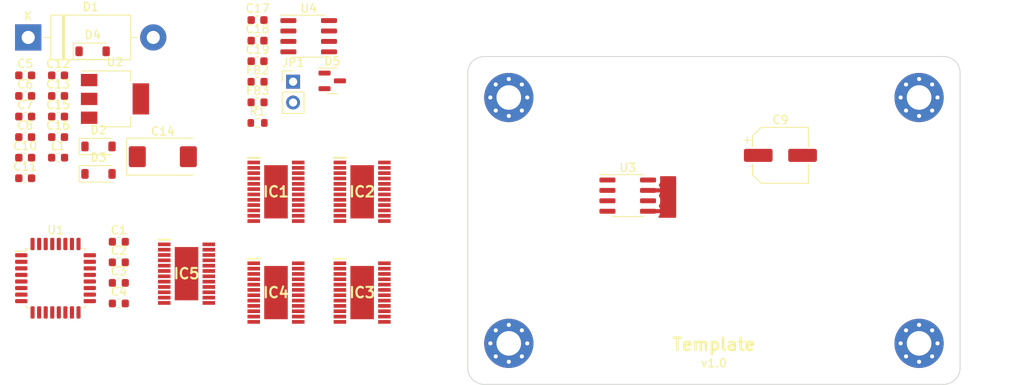
<source format=kicad_pcb>
(kicad_pcb (version 20221018) (generator pcbnew)
  (title_block (rev "${REVISION}") (company "Author:") (comment 1 "Reviewer:"))
  (layers (0 "F.Cu" signal) (31 "B.Cu" signal) (34 "B.Paste" user) (35 "F.Paste" user) (36 "B.SilkS" user "B.Silkscreen") (37 "F.SilkS" user "F.Silkscreen") (38 "B.Mask" user) (39 "F.Mask" user) (44 "Edge.Cuts" user))
  (property "REVISION" "1.0")
  (net 0 "")
  (net 1 "Net-(U1-VDD)")
  (net 2 "GND")
  (net 3 "Net-(D3-K)")
  (net 4 "+3.3V")
  (net 5 "Net-(U3-CB)")
  (net 6 "Net-(D4-K)")
  (net 7 "+5V")
  (net 8 "Net-(U4-Vio)")
  (net 9 "Net-(U4-VDD)")
  (net 10 "+24V")
  (net 13 "/CAN_L")
  (net 14 "/CAN_H")
  (net 16 "Net-(IC1-VDD)")
  (net 17 "/power distribution/1.2k resistor")
  (net 19 "/power distribution/4.7k resistor")
  (net 20 "Net-(IC1-IS)")
  (net 21 "/power distribution/IC_out3")
  (net 22 "/power distribution/IC_out2")
  (net 23 "/power distribution/IC_out1")
  (net 24 "/power distribution/IC_out0")
  (net 27 "Net-(IC2-VDD)")
  (net 28 "/battery connection/IC_1/1.2k resistor")
  (net 30 "/battery connection/IC_1/IN0")
  (net 31 "/battery connection/IC_1/IN1")
  (net 32 "/battery connection/IC_1/IN2")
  (net 33 "/battery connection/IC_1/4.7k resistor")
  (net 34 "Net-(IC2-IS)")
  (net 35 "/battery connection/IC_1/out3")
  (net 36 "/battery connection/IC_1/out2")
  (net 37 "/battery connection/IC_1/out1")
  (net 38 "/battery connection/IC_1/out0")
  (net 39 "+BATT")
  (net 41 "Net-(IC3-VDD)")
  (net 43 "/battery connection/IC_2/IN0")
  (net 44 "/battery connection/IC_2/IN1")
  (net 45 "/battery connection/IC_2/IN2")
  (net 46 "/battery connection/IC_2/4.7k resistor")
  (net 47 "Net-(IC3-IS)")
  (net 48 "/battery connection/IC_2/out3")
  (net 49 "/battery connection/IC_2/out2")
  (net 50 "/battery connection/IC_2/out1")
  (net 51 "/battery connection/IC_2/out0")
  (net 53 "Net-(IC4-VDD)")
  (net 55 "/battery connection/IC_3/IN0")
  (net 56 "/battery connection/IC_3/IN1")
  (net 57 "/battery connection/IC_3/IN2")
  (net 58 "/battery connection/IC_3/4.7k resistor")
  (net 59 "Net-(IC4-IS)")
  (net 60 "/battery connection/IC_3/out3")
  (net 61 "/battery connection/IC_3/out2")
  (net 62 "/battery connection/IC_3/out1")
  (net 63 "/battery connection/IC_3/out0")
  (net 65 "Net-(IC5-VDD)")
  (net 67 "/battery connection/IC_4/IN0")
  (net 68 "/battery connection/IC_4/IN1")
  (net 69 "/battery connection/IC_4/IN2")
  (net 70 "/battery connection/IC_4/4.7k resistor")
  (net 71 "Net-(IC5-IS)")
  (net 72 "/battery connection/IC_4/out3")
  (net 73 "/battery connection/IC_4/out2")
  (net 74 "/battery connection/IC_4/out1")
  (net 75 "/battery connection/IC_4/out0")
  (net 76 "Net-(JP1-B)")
  (net 99 "/CAN_RXD")
  (net 100 "/CAN_TXD")
  (net 108 "/power/VIN_SW_REG")
  (net 109 "/power/VIN_L")
  (footprint "Capacitor_SMD:C_0603_1608Metric" (layer "F.Cu") (at 62.063 83.32)
    (fp_text reference "C7" (at 0 -1.43) (layer "F.SilkS"))
    (fp_text value "100n")
    (pad "1" smd roundrect (at -0.775 0) (size 0.9 0.95) (layers "F.Cu" "F.Paste" "F.Mask") (net 2 "GND"))
    (pad "2" smd roundrect (at 0.775 0) (size 0.9 0.95) (layers "F.Cu" "F.Paste" "F.Mask") (net 108 "/power/VIN_SW_REG"))
  )
  (footprint "Package_TO_SOT_SMD:SOT-223-3_TabPin2" (layer "F.Cu") (at 73.003 81.17)
    (fp_text reference "U2" (at 0 -4.5) (layer "F.SilkS"))
    (fp_text value "LD1117S33TR_SOT223")
    (pad "1" smd rect (at -3.15 -2.3) (size 2 1.5) (layers "F.Cu" "F.Paste" "F.Mask") (net 2 "GND"))
    (pad "2" smd rect (at -3.15 0) (size 2 1.5) (layers "F.Cu" "F.Paste" "F.Mask") (net 4 "+3.3V"))
    (pad "2" smd rect (at 3.15 0) (size 2 3.8) (layers "F.Cu" "F.Paste" "F.Mask") (net 4 "+3.3V"))
    (pad "3" smd rect (at -3.15 2.3) (size 2 1.5) (layers "F.Cu" "F.Paste" "F.Mask") (net 3 "Net-(D3-K)"))
  )
  (footprint "Capacitor_SMD:C_0603_1608Metric" (layer "F.Cu") (at 66.073 80.81)
    (fp_text reference "C13" (at 0 -1.43) (layer "F.SilkS"))
    (fp_text value "100n")
    (pad "1" smd roundrect (at -0.775 0) (size 0.9 0.95) (layers "F.Cu" "F.Paste" "F.Mask") (net 4 "+3.3V"))
    (pad "2" smd roundrect (at 0.775 0) (size 0.9 0.95) (layers "F.Cu" "F.Paste" "F.Mask") (net 2 "GND"))
  )
  (footprint "Package_SO:SOIC-8_3.9x4.9mm_P1.27mm" (layer "F.Cu") (at 135.493 92.97)
    (fp_text reference "U3" (at 0 -3.4) (layer "F.SilkS"))
    (fp_text value "LM2675M-5")
    (pad "1" smd roundrect (at -2.475 -1.905) (size 1.95 0.6) (layers "F.Cu" "F.Paste" "F.Mask") (net 5 "Net-(U3-CB)"))
    (pad "2" smd roundrect (at -2.475 -0.635) (size 1.95 0.6) (layers "F.Cu" "F.Paste" "F.Mask"))
    (pad "3" smd roundrect (at -2.475 0.635) (size 1.95 0.6) (layers "F.Cu" "F.Paste" "F.Mask"))
    (pad "4" smd roundrect (at -2.475 1.905) (size 1.95 0.6) (layers "F.Cu" "F.Paste" "F.Mask") (net 7 "+5V"))
    (pad "5" smd roundrect (at 2.475 1.905) (size 1.95 0.6) (layers "F.Cu" "F.Paste" "F.Mask") (net 108 "/power/VIN_SW_REG"))
    (pad "6" smd roundrect (at 2.475 0.635) (size 1.95 0.6) (layers "F.Cu" "F.Paste" "F.Mask") (net 2 "GND"))
    (pad "7" smd roundrect (at 2.475 -0.635) (size 1.95 0.6) (layers "F.Cu" "F.Paste" "F.Mask") (net 108 "/power/VIN_SW_REG"))
    (pad "8" smd roundrect (at 2.475 -1.905) (size 1.95 0.6) (layers "F.Cu" "F.Paste" "F.Mask") (net 6 "Net-(D4-K)"))
  )
  (footprint "Package_SO:SOIC-8_3.9x4.9mm_P1.27mm" (layer "F.Cu") (at 96.613 73.52)
    (fp_text reference "U4" (at 0 -3.4) (layer "F.SilkS"))
    (fp_text value "ATA6561-GAQW-N")
    (pad "1" smd roundrect (at -2.475 -1.905) (size 1.95 0.6) (layers "F.Cu" "F.Paste" "F.Mask") (net 100 "/CAN_TXD"))
    (pad "2" smd roundrect (at -2.475 -0.635) (size 1.95 0.6) (layers "F.Cu" "F.Paste" "F.Mask") (net 2 "GND"))
    (pad "3" smd roundrect (at -2.475 0.635) (size 1.95 0.6) (layers "F.Cu" "F.Paste" "F.Mask") (net 9 "Net-(U4-VDD)"))
    (pad "4" smd roundrect (at -2.475 1.905) (size 1.95 0.6) (layers "F.Cu" "F.Paste" "F.Mask") (net 99 "/CAN_RXD"))
    (pad "5" smd roundrect (at 2.475 1.905) (size 1.95 0.6) (layers "F.Cu" "F.Paste" "F.Mask") (net 8 "Net-(U4-Vio)"))
    (pad "6" smd roundrect (at 2.475 0.635) (size 1.95 0.6) (layers "F.Cu" "F.Paste" "F.Mask") (net 13 "/CAN_L"))
    (pad "7" smd roundrect (at 2.475 -0.635) (size 1.95 0.6) (layers "F.Cu" "F.Paste" "F.Mask") (net 14 "/CAN_H"))
    (pad "8" smd roundrect (at 2.475 -1.905) (size 1.95 0.6) (layers "F.Cu" "F.Paste" "F.Mask") (net 2 "GND"))
  )
  (footprint "Package_QFP:LQFP-32_7x7mm_P0.8mm" (layer "F.Cu") (at 65.763 103.05)
    (fp_text reference "U1" (at 0 -5.88) (layer "F.SilkS"))
    (fp_text value "STM32G0C1KCTxN")
    (pad "1" smd roundrect (at -4.175 -2.8) (size 1.5 0.5) (layers "F.Cu" "F.Paste" "F.Mask"))
    (pad "2" smd roundrect (at -4.175 -2) (size 1.5 0.5) (layers "F.Cu" "F.Paste" "F.Mask"))
    (pad "3" smd roundrect (at -4.175 -1.2) (size 1.5 0.5) (layers "F.Cu" "F.Paste" "F.Mask"))
    (pad "4" smd roundrect (at -4.175 -0.4) (size 1.5 0.5) (layers "F.Cu" "F.Paste" "F.Mask") (net 1 "Net-(U1-VDD)"))
    (pad "5" smd roundrect (at -4.175 0.4) (size 1.5 0.5) (layers "F.Cu" "F.Paste" "F.Mask") (net 2 "GND"))
    (pad "6" smd roundrect (at -4.175 1.2) (size 1.5 0.5) (layers "F.Cu" "F.Paste" "F.Mask"))
    (pad "7" smd roundrect (at -4.175 2) (size 1.5 0.5) (layers "F.Cu" "F.Paste" "F.Mask"))
    (pad "8" smd roundrect (at -4.175 2.8) (size 1.5 0.5) (layers "F.Cu" "F.Paste" "F.Mask"))
    (pad "9" smd roundrect (at -2.8 4.175) (size 0.5 1.5) (layers "F.Cu" "F.Paste" "F.Mask"))
    (pad "10" smd roundrect (at -2 4.175) (size 0.5 1.5) (layers "F.Cu" "F.Paste" "F.Mask"))
    (pad "11" smd roundrect (at -1.2 4.175) (size 0.5 1.5) (layers "F.Cu" "F.Paste" "F.Mask"))
    (pad "12" smd roundrect (at -0.4 4.175) (size 0.5 1.5) (layers "F.Cu" "F.Paste" "F.Mask"))
    (pad "13" smd roundrect (at 0.4 4.175) (size 0.5 1.5) (layers "F.Cu" "F.Paste" "F.Mask"))
    (pad "14" smd roundrect (at 1.2 4.175) (size 0.5 1.5) (layers "F.Cu" "F.Paste" "F.Mask"))
    (pad "15" smd roundrect (at 2 4.175) (size 0.5 1.5) (layers "F.Cu" "F.Paste" "F.Mask"))
    (pad "16" smd roundrect (at 2.8 4.175) (size 0.5 1.5) (layers "F.Cu" "F.Paste" "F.Mask"))
    (pad "17" smd roundrect (at 4.175 2.8) (size 1.5 0.5) (layers "F.Cu" "F.Paste" "F.Mask"))
    (pad "18" smd roundrect (at 4.175 2) (size 1.5 0.5) (layers "F.Cu" "F.Paste" "F.Mask"))
    (pad "19" smd roundrect (at 4.175 1.2) (size 1.5 0.5) (layers "F.Cu" "F.Paste" "F.Mask"))
    (pad "20" smd roundrect (at 4.175 0.4) (size 1.5 0.5) (layers "F.Cu" "F.Paste" "F.Mask") (net 1 "Net-(U1-VDD)"))
    (pad "21" smd roundrect (at 4.175 -0.4) (size 1.5 0.5) (layers "F.Cu" "F.Paste" "F.Mask"))
    (pad "22" smd roundrect (at 4.175 -1.2) (size 1.5 0.5) (layers "F.Cu" "F.Paste" "F.Mask"))
    (pad "23" smd roundrect (at 4.175 -2) (size 1.5 0.5) (layers "F.Cu" "F.Paste" "F.Mask"))
    (pad "24" smd roundrect (at 4.175 -2.8) (size 1.5 0.5) (layers "F.Cu" "F.Paste" "F.Mask"))
    (pad "25" smd roundrect (at 2.8 -4.175) (size 0.5 1.5) (layers "F.Cu" "F.Paste" "F.Mask"))
    (pad "26" smd roundrect (at 2 -4.175) (size 0.5 1.5) (layers "F.Cu" "F.Paste" "F.Mask") (net 99 "/CAN_RXD"))
    (pad "27" smd roundrect (at 1.2 -4.175) (size 0.5 1.5) (layers "F.Cu" "F.Paste" "F.Mask") (net 100 "/CAN_TXD"))
    (pad "28" smd roundrect (at 0.4 -4.175) (size 0.5 1.5) (layers "F.Cu" "F.Paste" "F.Mask"))
    (pad "29" smd roundrect (at -0.4 -4.175) (size 0.5 1.5) (layers "F.Cu" "F.Paste" "F.Mask"))
    (pad "30" smd roundrect (at -1.2 -4.175) (size 0.5 1.5) (layers "F.Cu" "F.Paste" "F.Mask"))
    (pad "31" smd roundrect (at -2 -4.175) (size 0.5 1.5) (layers "F.Cu" "F.Paste" "F.Mask"))
    (pad "32" smd roundrect (at -2.8 -4.175) (size 0.5 1.5) (layers "F.Cu" "F.Paste" "F.Mask"))
  )
  (footprint "Inductor_SMD:L_0603_1608Metric" (layer "F.Cu") (at 66.073 88.34)
    (fp_text reference "L1" (at 0 -1.43) (layer "F.SilkS"))
    (fp_text value "300n")
    (pad "1" smd roundrect (at -0.7875 0) (size 0.875 0.95) (layers "F.Cu" "F.Paste" "F.Mask") (net 109 "/power/VIN_L"))
    (pad "2" smd roundrect (at 0.7875 0) (size 0.875 0.95) (layers "F.Cu" "F.Paste" "F.Mask") (net 108 "/power/VIN_SW_REG"))
  )
  (footprint "Capacitor_SMD:C_0603_1608Metric" (layer "F.Cu") (at 62.063 90.85)
    (fp_text reference "C11" (at 0 -1.43) (layer "F.SilkS"))
    (fp_text value "1u")
    (pad "1" smd roundrect (at -0.775 0) (size 0.9 0.95) (layers "F.Cu" "F.Paste" "F.Mask") (net 4 "+3.3V"))
    (pad "2" smd roundrect (at 0.775 0) (size 0.9 0.95) (layers "F.Cu" "F.Paste" "F.Mask") (net 2 "GND"))
  )
  (footprint "Diode_SMD:D_SOD-123" (layer "F.Cu") (at 70.998 90.32)
    (fp_text reference "D3" (at 0 -2) (layer "F.SilkS"))
    (fp_text value "D_Schottky_Small")
    (pad "1" smd roundrect (at -1.65 0) (size 0.9 1.2) (layers "F.Cu" "F.Paste" "F.Mask") (net 3 "Net-(D3-K)"))
    (pad "2" smd roundrect (at 1.65 0) (size 0.9 1.2) (layers "F.Cu" "F.Paste" "F.Mask") (net 7 "+5V"))
  )
  (footprint "Capacitor_SMD:C_0603_1608Metric" (layer "F.Cu") (at 62.063 88.34)
    (fp_text reference "C10" (at 0 -1.43) (layer "F.SilkS"))
    (fp_text value "100n")
    (pad "1" smd roundrect (at -0.775 0) (size 0.9 0.95) (layers "F.Cu" "F.Paste" "F.Mask") (net 3 "Net-(D3-K)"))
    (pad "2" smd roundrect (at 0.775 0) (size 0.9 0.95) (layers "F.Cu" "F.Paste" "F.Mask") (net 2 "GND"))
  )
  (footprint "Capacitor_SMD:C_0603_1608Metric" (layer "F.Cu") (at 90.383 71.55)
    (fp_text reference "C17" (at 0 -1.43) (layer "F.SilkS"))
    (fp_text value "100n")
    (pad "1" smd roundrect (at -0.775 0) (size 0.9 0.95) (layers "F.Cu" "F.Paste" "F.Mask") (net 8 "Net-(U4-Vio)"))
    (pad "2" smd roundrect (at 0.775 0) (size 0.9 0.95) (layers "F.Cu" "F.Paste" "F.Mask") (net 2 "GND"))
  )
  (footprint "Capacitor_Tantalum_SMD:CP_EIA-7343-31_Kemet-D" (layer "F.Cu") (at 78.838 88.22)
    (fp_text reference "C14" (at 0 -3.1) (layer "F.SilkS"))
    (fp_text value "68u")
    (pad "1" smd roundrect (at -3.1125 0) (size 2.075 2.55) (layers "F.Cu" "F.Paste" "F.Mask") (roundrect_rratio 0.120482) (net 7 "+5V"))
    (pad "2" smd roundrect (at 3.1125 0) (size 2.075 2.55) (layers "F.Cu" "F.Paste" "F.Mask") (roundrect_rratio 0.120482) (net 2 "GND"))
  )
  (footprint "MountingHole:MountingHole_3mm_Pad_Via" (layer "F.Cu") (at 171 81)
    (fp_text reference "REF**" hide)
    (fp_text value "MountingHole_3mm_Pad_Via")
    (pad "1" thru_hole circle (at -2.25 0) (size 0.8 0.8) (drill 0.5) (layers "*.Cu" "*.Mask"))
    (pad "1" thru_hole circle (at -1.59099 -1.59099) (size 0.8 0.8) (drill 0.5) (layers "*.Cu" "*.Mask"))
    (pad "1" thru_hole circle (at -1.59099 1.59099) (size 0.8 0.8) (drill 0.5) (layers "*.Cu" "*.Mask"))
    (pad "1" thru_hole circle (at 0 -2.25) (size 0.8 0.8) (drill 0.5) (layers "*.Cu" "*.Mask"))
    (pad "1" thru_hole circle (at 0 0) (size 6 6) (drill 3) (layers "*.Cu" "*.Mask"))
    (pad "1" thru_hole circle (at 0 2.25) (size 0.8 0.8) (drill 0.5) (layers "*.Cu" "*.Mask"))
    (pad "1" thru_hole circle (at 1.59099 -1.59099) (size 0.8 0.8) (drill 0.5) (layers "*.Cu" "*.Mask"))
    (pad "1" thru_hole circle (at 1.59099 1.59099) (size 0.8 0.8) (drill 0.5) (layers "*.Cu" "*.Mask"))
    (pad "1" thru_hole circle (at 2.25 0) (size 0.8 0.8) (drill 0.5) (layers "*.Cu" "*.Mask"))
  )
  (footprint "Capacitor_SMD:C_0603_1608Metric" (layer "F.Cu") (at 62.063 78.3)
    (fp_text reference "C5" (at 0 -1.43) (layer "F.SilkS"))
    (fp_text value "1u")
    (pad "1" smd roundrect (at -0.775 0) (size 0.9 0.95) (layers "F.Cu" "F.Paste" "F.Mask") (net 2 "GND"))
    (pad "2" smd roundrect (at 0.775 0) (size 0.9 0.95) (layers "F.Cu" "F.Paste" "F.Mask") (net 109 "/power/VIN_L"))
  )
  (footprint "Capacitor_SMD:C_0603_1608Metric" (layer "F.Cu") (at 62.063 80.81)
    (fp_text reference "C6" (at 0 -1.43) (layer "F.SilkS"))
    (fp_text value "10u")
    (pad "1" smd roundrect (at -0.775 0) (size 0.9 0.95) (layers "F.Cu" "F.Paste" "F.Mask") (net 2 "GND"))
    (pad "2" smd roundrect (at 0.775 0) (size 0.9 0.95) (layers "F.Cu" "F.Paste" "F.Mask") (net 109 "/power/VIN_L"))
  )
  (footprint "Inductor_SMD:L_0603_1608Metric" (layer "F.Cu") (at 73.473 98.6)
    (fp_text reference "C1" (at 0 -1.43) (layer "F.SilkS"))
    (fp_text value "100n")
    (pad "1" smd roundrect (at -0.7875 0) (size 0.875 0.95) (layers "F.Cu" "F.Paste" "F.Mask") (net 1 "Net-(U1-VDD)"))
    (pad "2" smd roundrect (at 0.7875 0) (size 0.875 0.95) (layers "F.Cu" "F.Paste" "F.Mask") (net 2 "GND"))
  )
  (footprint "Diode_SMD:D_SOD-123" (layer "F.Cu") (at 70.998 86.97)
    (fp_text reference "D2" (at 0 -2) (layer "F.SilkS"))
    (fp_text value "D_Zener")
    (pad "1" smd roundrect (at -1.65 0) (size 0.9 1.2) (layers "F.Cu" "F.Paste" "F.Mask"))
    (pad "2" smd roundrect (at 1.65 0) (size 0.9 1.2) (layers "F.Cu" "F.Paste" "F.Mask"))
  )
  (footprint "Resistor_SMD:R_0603_1608Metric" (layer "F.Cu") (at 90.383 84.1)
    (fp_text reference "R1" (at 0 -1.43) (layer "F.SilkS"))
    (fp_text value "120")
    (pad "1" smd roundrect (at -0.825 0) (size 0.8 0.95) (layers "F.Cu" "F.Paste" "F.Mask") (net 76 "Net-(JP1-B)"))
    (pad "2" smd roundrect (at 0.825 0) (size 0.8 0.95) (layers "F.Cu" "F.Paste" "F.Mask") (net 13 "/CAN_L"))
  )
  (footprint "Samacsys:SOP65P600X115-25N" (layer "F.Cu") (at 92.628 104.805)
    (fp_text reference "IC4" (at 0 0) (layer "F.SilkS") (effects (font (size 1.27 1.27) (thickness 0.254))))
    (fp_text value "BTS722204ESAXUMA1" hide)
    (pad "1" smd rect (at -2.712 -3.575 90) (size 0.45 1.525) (layers "F.Cu" "F.Paste" "F.Mask"))
    (pad "2" smd rect (at -2.712 -2.925 90) (size 0.45 1.525) (layers "F.Cu" "F.Paste" "F.Mask") (net 53 "Net-(IC4-VDD)"))
    (pad "3" smd rect (at -2.712 -2.275 90) (size 0.45 1.525) (layers "F.Cu" "F.Paste" "F.Mask") (net 28 "/battery connection/IC_1/1.2k resistor"))
    (pad "4" smd rect (at -2.712 -1.625 90) (size 0.45 1.525) (layers "F.Cu" "F.Paste" "F.Mask") (net 28 "/battery connection/IC_1/1.2k resistor"))
    (pad "5" smd rect (at -2.712 -0.975 90) (size 0.45 1.525) (layers "F.Cu" "F.Paste" "F.Mask") (net 28 "/battery connection/IC_1/1.2k resistor"))
    (pad "6" smd rect (at -2.712 -0.325 90) (size 0.45 1.525) (layers "F.Cu" "F.Paste" "F.Mask") (net 28 "/battery connection/IC_1/1.2k resistor"))
    (pad "7" smd rect (at -2.712 0.325 90) (size 0.45 1.525) (layers "F.Cu" "F.Paste" "F.Mask"))
    (pad "8" smd rect (at -2.712 0.975 90) (size 0.45 1.525) (layers "F.Cu" "F.Paste" "F.Mask") (net 55 "/battery connection/IC_3/IN0"))
    (pad "9" smd rect (at -2.712 1.625 90) (size 0.45 1.525) (layers "F.Cu" "F.Paste" "F.Mask") (net 56 "/battery connection/IC_3/IN1"))
    (pad "10" smd rect (at -2.712 2.275 90) (size 0.45 1.525) (layers "F.Cu" "F.Paste" "F.Mask") (net 57 "/battery connection/IC_3/IN2"))
    (pad "11" smd rect (at -2.712 2.925 90) (size 0.45 1.525) (layers "F.Cu" "F.Paste" "F.Mask") (net 58 "/battery connection/IC_3/4.7k resistor"))
    (pad "12" smd rect (at -2.712 3.575 90) (size 0.45 1.525) (layers "F.Cu" "F.Paste" "F.Mask") (net 59 "Net-(IC4-IS)"))
    (pad "13" smd rect (at 2.712 3.575 90) (size 0.45 1.525) (layers "F.Cu" "F.Paste" "F.Mask") (net 60 "/battery connection/IC_3/out3"))
    (pad "14" smd rect (at 2.712 2.925 90) (size 0.45 1.525) (layers "F.Cu" "F.Paste" "F.Mask") (net 60 "/battery connection/IC_3/out3"))
    (pad "15" smd rect (at 2.712 2.275 90) (size 0.45 1.525) (layers "F.Cu" "F.Paste" "F.Mask") (net 60 "/battery connection/IC_3/out3"))
    (pad "16" smd rect (at 2.712 1.625 90) (size 0.45 1.525) (layers "F.Cu" "F.Paste" "F.Mask") (net 60 "/battery connection/IC_3/out3"))
    (pad "17" smd rect (at 2.712 0.975 90) (size 0.45 1.525) (layers "F.Cu" "F.Paste" "F.Mask") (net 61 "/battery connection/IC_3/out2"))
    (pad "18" smd rect (at 2.712 0.325 90) (size 0.45 1.525) (layers "F.Cu" "F.Paste" "F.Mask") (net 61 "/battery connection/IC_3/out2"))
    (pad "19" smd rect (at 2.712 -0.325 90) (size 0.45 1.525) (layers "F.Cu" "F.Paste" "F.Mask") (net 62 "/battery connection/IC_3/out1"))
    (pad "20" smd rect (at 2.712 -0.975 90) (size 0.45 1.525) (layers "F.Cu" "F.Paste" "F.Mask") (net 62 "/battery connection/IC_3/out1"))
    (pad "21" smd rect (at 2.712 -1.625 90) (size 0.45 1.525) (layers "F.Cu" "F.Paste" "F.Mask") (net 63 "/battery connection/IC_3/out0"))
    (pad "22" smd rect (at 2.712 -2.275 90) (size 0.45 1.525) (layers "F.Cu" "F.Paste" "F.Mask") (net 63 "/battery connection/IC_3/out0"))
    (pad "23" smd rect (at 2.712 -2.925 90) (size 0.45 1.525) (layers "F.Cu" "F.Paste" "F.Mask") (net 63 "/battery connection/IC_3/out0"))
    (pad "24" smd rect (at 2.712 -3.575 90) (size 0.45 1.525) (layers "F.Cu" "F.Paste" "F.Mask") (net 63 "/battery connection/IC_3/out0"))
    (pad "25" smd rect (at 0 0) (size 2.87 6.5) (layers "F.Cu" "F.Paste" "F.Mask") (net 39 "+BATT"))
  )
  (footprint "Capacitor_SMD:C_0603_1608Metric" (layer "F.Cu") (at 90.383 74.06)
    (fp_text reference "C18" (at 0 -1.43) (layer "F.SilkS"))
    (fp_text value "10uF")
    (pad "1" smd roundrect (at -0.775 0) (size 0.9 0.95) (layers "F.Cu" "F.Paste" "F.Mask") (net 9 "Net-(U4-VDD)"))
    (pad "2" smd roundrect (at 0.775 0) (size 0.9 0.95) (layers "F.Cu" "F.Paste" "F.Mask") (net 2 "GND"))
  )
  (footprint "Package_TO_SOT_SMD:SOT-23" (layer "F.Cu") (at 99.483 78.97)
    (fp_text reference "D5" (at 0 -2.4) (layer "F.SilkS"))
    (fp_text value "PESD2CAN.215")
    (pad "1" smd roundrect (at -0.9375 -0.95) (size 1.475 0.6) (layers "F.Cu" "F.Paste" "F.Mask") (net 13 "/CAN_L"))
    (pad "2" smd roundrect (at -0.9375 0.95) (size 1.475 0.6) (layers "F.Cu" "F.Paste" "F.Mask") (net 14 "/CAN_H"))
    (pad "3" smd roundrect (at 0.9375 0) (size 1.475 0.6) (layers "F.Cu" "F.Paste" "F.Mask") (net 2 "GND"))
  )
  (footprint "Inductor_SMD:L_0603_1608Metric" (layer "F.Cu") (at 73.473 106.13)
    (fp_text reference "C4" (at 0 -1.43) (layer "F.SilkS"))
    (fp_text value "4.7u")
    (pad "1" smd roundrect (at -0.7875 0) (size 0.875 0.95) (layers "F.Cu" "F.Paste" "F.Mask") (net 1 "Net-(U1-VDD)"))
    (pad "2" smd roundrect (at 0.7875 0) (size 0.875 0.95) (layers "F.Cu" "F.Paste" "F.Mask") (net 2 "GND"))
  )
  (footprint "Diode_THT:D_DO-201AD_P15.24mm_Horizontal" (layer "F.Cu") (at 62.433 73.67)
    (fp_text reference "D1" (at 7.62 -3.72) (layer "F.SilkS"))
    (fp_text value "1N5822")
    (fp_text user "K" (at 0 -2.6) (layer "F.SilkS"))
    (pad "1" thru_hole rect (at 0 0) (size 3.2 3.2) (drill 1.6) (layers "*.Cu" "*.Mask") (net 109 "/power/VIN_L"))
    (pad "2" thru_hole oval (at 15.24 0) (size 3.2 3.2) (drill 1.6) (layers "*.Cu" "*.Mask") (net 10 "+24V"))
  )
  (footprint "Samacsys:SOP65P600X115-25N" (layer "F.Cu") (at 103.128 104.805)
    (fp_text reference "IC3" (at 0 0) (layer "F.SilkS") (effects (font (size 1.27 1.27) (thickness 0.254))))
    (fp_text value "BTS722204ESAXUMA1" hide)
    (pad "1" smd rect (at -2.712 -3.575 90) (size 0.45 1.525) (layers "F.Cu" "F.Paste" "F.Mask"))
    (pad "2" smd rect (at -2.712 -2.925 90) (size 0.45 1.525) (layers "F.Cu" "F.Paste" "F.Mask") (net 41 "Net-(IC3-VDD)"))
    (pad "3" smd rect (at -2.712 -2.275 90) (size 0.45 1.525) (layers "F.Cu" "F.Paste" "F.Mask") (net 28 "/battery connection/IC_1/1.2k resistor"))
    (pad "4" smd rect (at -2.712 -1.625 90) (size 0.45 1.525) (layers "F.Cu" "F.Paste" "F.Mask") (net 28 "/battery connection/IC_1/1.2k resistor"))
    (pad "5" smd rect (at -2.712 -0.975 90) (size 0.45 1.525) (layers "F.Cu" "F.Paste" "F.Mask") (net 28 "/battery connection/IC_1/1.2k resistor"))
    (pad "6" smd rect (at -2.712 -0.325 90) (size 0.45 1.525) (layers "F.Cu" "F.Paste" "F.Mask") (net 28 "/battery connection/IC_1/1.2k resistor"))
    (pad "7" smd rect (at -2.712 0.325 90) (size 0.45 1.525) (layers "F.Cu" "F.Paste" "F.Mask"))
    (pad "8" smd rect (at -2.712 0.975 90) (size 0.45 1.525) (layers "F.Cu" "F.Paste" "F.Mask") (net 43 "/battery connection/IC_2/IN0"))
    (pad "9" smd rect (at -2.712 1.625 90) (size 0.45 1.525) (layers "F.Cu" "F.Paste" "F.Mask") (net 44 "/battery connection/IC_2/IN1"))
    (pad "10" smd rect (at -2.712 2.275 90) (size 0.45 1.525) (layers "F.Cu" "F.Paste" "F.Mask") (net 45 "/battery connection/IC_2/IN2"))
    (pad "11" smd rect (at -2.712 2.925 90) (size 0.45 1.525) (layers "F.Cu" "F.Paste" "F.Mask") (net 46 "/battery connection/IC_2/4.7k resistor"))
    (pad "12" smd rect (at -2.712 3.575 90) (size 0.45 1.525) (layers "F.Cu" "F.Paste" "F.Mask") (net 47 "Net-(IC3-IS)"))
    (pad "13" smd rect (at 2.712 3.575 90) (size 0.45 1.525) (layers "F.Cu" "F.Paste" "F.Mask") (net 48 "/battery connection/IC_2/out3"))
    (pad "14" smd rect (at 2.712 2.925 90) (size 0.45 1.525) (layers "F.Cu" "F.Paste" "F.Mask") (net 48 "/battery connection/IC_2/out3"))
    (pad "15" smd rect (at 2.712 2.275 90) (size 0.45 1.525) (layers "F.Cu" "F.Paste" "F.Mask") (net 48 "/battery connection/IC_2/out3"))
    (pad "16" smd rect (at 2.712 1.625 90) (size 0.45 1.525) (layers "F.Cu" "F.Paste" "F.Mask") (net 48 "/battery connection/IC_2/out3"))
    (pad "17" smd rect (at 2.712 0.975 90) (size 0.45 1.525) (layers "F.Cu" "F.Paste" "F.Mask") (net 49 "/battery connection/IC_2/out2"))
    (pad "18" smd rect (at 2.712 0.325 90) (size 0.45 1.525) (layers "F.Cu" "F.Paste" "F.Mask") (net 49 "/battery connection/IC_2/out2"))
    (pad "19" smd rect (at 2.712 -0.325 90) (size 0.45 1.525) (layers "F.Cu" "F.Paste" "F.Mask") (net 50 "/battery connection/IC_2/out1"))
    (pad "20" smd rect (at 2.712 -0.975 90) (size 0.45 1.525) (layers "F.Cu" "F.Paste" "F.Mask") (net 50 "/battery connection/IC_2/out1"))
    (pad "21" smd rect (at 2.712 -1.625 90) (size 0.45 1.525) (layers "F.Cu" "F.Paste" "F.Mask") (net 51 "/battery connection/IC_2/out0"))
    (pad "22" smd rect (at 2.712 -2.275 90) (size 0.45 1.525) (layers "F.Cu" "F.Paste" "F.Mask") (net 51 "/battery connection/IC_2/out0"))
    (pad "23" smd rect (at 2.712 -2.925 90) (size 0.45 1.525) (layers "F.Cu" "F.Paste" "F.Mask") (net 51 "/battery connection/IC_2/out0"))
    (pad "24" smd rect (at 2.712 -3.575 90) (size 0.45 1.525) (layers "F.Cu" "F.Paste" "F.Mask") (net 51 "/battery connection/IC_2/out0"))
    (pad "25" smd rect (at 0 0) (size 2.87 6.5) (layers "F.Cu" "F.Paste" "F.Mask") (net 39 "+BATT"))
  )
  (footprint "MountingHole:MountingHole_3mm_Pad_Via" (layer "F.Cu") (at 121 111)
    (fp_text reference "REF**" hide)
    (fp_text value "MountingHole_3mm_Pad_Via")
    (pad "1" thru_hole circle (at -2.25 0) (size 0.8 0.8) (drill 0.5) (layers "*.Cu" "*.Mask"))
    (pad "1" thru_hole circle (at -1.59099 -1.59099) (size 0.8 0.8) (drill 0.5) (layers "*.Cu" "*.Mask"))
    (pad "1" thru_hole circle (at -1.59099 1.59099) (size 0.8 0.8) (drill 0.5) (layers "*.Cu" "*.Mask"))
    (pad "1" thru_hole circle (at 0 -2.25) (size 0.8 0.8) (drill 0.5) (layers "*.Cu" "*.Mask"))
    (pad "1" thru_hole circle (at 0 0) (size 6 6) (drill 3) (layers "*.Cu" "*.Mask"))
    (pad "1" thru_hole circle (at 0 2.25) (size 0.8 0.8) (drill 0.5) (layers "*.Cu" "*.Mask"))
    (pad "1" thru_hole circle (at 1.59099 -1.59099) (size 0.8 0.8) (drill 0.5) (layers "*.Cu" "*.Mask"))
    (pad "1" thru_hole circle (at 1.59099 1.59099) (size 0.8 0.8) (drill 0.5) (layers "*.Cu" "*.Mask"))
    (pad "1" thru_hole circle (at 2.25 0) (size 0.8 0.8) (drill 0.5) (layers "*.Cu" "*.Mask"))
  )
  (footprint "Samacsys:SOP65P600X115-25N" (layer "F.Cu") (at 92.628 92.505)
    (fp_text reference "IC1" (at 0 0) (layer "F.SilkS") (effects (font (size 1.27 1.27) (thickness 0.254))))
    (fp_text value "BTS722204ESAXUMA1" hide)
    (pad "1" smd rect (at -2.712 -3.575 90) (size 0.45 1.525) (layers "F.Cu" "F.Paste" "F.Mask"))
    (pad "2" smd rect (at -2.712 -2.925 90) (size 0.45 1.525) (layers "F.Cu" "F.Paste" "F.Mask") (net 16 "Net-(IC1-VDD)"))
    (pad "3" smd rect (at -2.712 -2.275 90) (size 0.45 1.525) (layers "F.Cu" "F.Paste" "F.Mask") (net 17 "/power distribution/1.2k resistor"))
    (pad "4" smd rect (at -2.712 -1.625 90) (size 0.45 1.525) (layers "F.Cu" "F.Paste" "F.Mask") (net 17 "/power distribution/1.2k resistor"))
    (pad "5" smd rect (at -2.712 -0.975 90) (size 0.45 1.525) (layers "F.Cu" "F.Paste" "F.Mask") (net 17 "/power distribution/1.2k resistor"))
    (pad "6" smd rect (at -2.712 -0.325 90) (size 0.45 1.525) (layers "F.Cu" "F.Paste" "F.Mask") (net 17 "/power distribution/1.2k resistor"))
    (pad "7" smd rect (at -2.712 0.325 90) (size 0.45 1.525) (layers "F.Cu" "F.Paste" "F.Mask"))
    (pad "8" smd rect (at -2.712 0.975 90) (size 0.45 1.525) (layers "F.Cu" "F.Paste" "F.Mask") (net 19 "/power distribution/4.7k resistor"))
    (pad "9" smd rect (at -2.712 1.625 90) (size 0.45 1.525) (layers "F.Cu" "F.Paste" "F.Mask") (net 19 "/power distribution/4.7k resistor"))
    (pad "10" smd rect (at -2.712 2.275 90) (size 0.45 1.525) (layers "F.Cu" "F.Paste" "F.Mask") (net 19 "/power distribution/4.7k resistor"))
    (pad "11" smd rect (at -2.712 2.925 90) (size 0.45 1.525) (layers "F.Cu" "F.Paste" "F.Mask") (net 19 "/power distribution/4.7k resistor"))
    (pad "12" smd rect (at -2.712 3.575 90) (size 0.45 1.525) (layers "F.Cu" "F.Paste" "F.Mask") (net 20 "Net-(IC1-IS)"))
    (pad "13" smd rect (at 2.712 3.575 90) (size 0.45 1.525) (layers "F.Cu" "F.Paste" "F.Mask") (net 21 "/power distribution/IC_out3"))
    (pad "14" smd rect (at 2.712 2.925 90) (size 0.45 1.525) (layers "F.Cu" "F.Paste" "F.Mask") (net 21 "/power distribution/IC_out3"))
    (pad "15" smd rect (at 2.712 2.275 90) (size 0.45 1.525) (layers "F.Cu" "F.Paste" "F.Mask") (net 21 "/power distribution/IC_out3"))
    (pad "16" smd rect (at 2.712 1.625 90) (size 0.45 1.525) (layers "F.Cu" "F.Paste" "F.Mask") (net 21 "/power distribution/IC_out3"))
    (pad "17" smd rect (at 2.712 0.975 90) (size 0.45 1.525) (layers "F.Cu" "F.Paste" "F.Mask") (net 22 "/power distribution/IC_out2"))
    (pad "18" smd rect (at 2.712 0.325 90) (size 0.45 1.525) (layers "F.Cu" "F.Paste" "F.Mask") (net 22 "/power distribution/IC_out2"))
    (pad "19" smd rect (at 2.712 -0.325 90) (size 0.45 1.525) (layers "F.Cu" "F.Paste" "F.Mask") (net 23 "/power distribution/IC_out1"))
    (pad "20" smd rect (at 2.712 -0.975 90) (size 0.45 1.525) (layers "F.Cu" "F.Paste" "F.Mask") (net 23 "/power distribution/IC_out1"))
    (pad "21" smd rect (at 2.712 -1.625 90) (size 0.45 1.525) (layers "F.Cu" "F.Paste" "F.Mask") (net 24 "/power distribution/IC_out0"))
    (pad "22" smd rect (at 2.712 -2.275 90) (size 0.45 1.525) (layers "F.Cu" "F.Paste" "F.Mask") (net 24 "/power distribution/IC_out0"))
    (pad "23" smd rect (at 2.712 -2.925 90) (size 0.45 1.525) (layers "F.Cu" "F.Paste" "F.Mask") (net 24 "/power distribution/IC_out0"))
    (pad "24" smd rect (at 2.712 -3.575 90) (size 0.45 1.525) (layers "F.Cu" "F.Paste" "F.Mask") (net 24 "/power distribution/IC_out0"))
    (pad "25" smd rect (at 0 0) (size 2.87 6.5) (layers "F.Cu" "F.Paste" "F.Mask"))
  )
  (footprint "Inductor_SMD:L_0603_1608Metric" (layer "F.Cu") (at 73.473 103.62)
    (fp_text reference "C3" (at 0 -1.43) (layer "F.SilkS"))
    (fp_text value "100n")
    (pad "1" smd roundrect (at -0.7875 0) (size 0.875 0.95) (layers "F.Cu" "F.Paste" "F.Mask") (net 1 "Net-(U1-VDD)"))
    (pad "2" smd roundrect (at 0.7875 0) (size 0.875 0.95) (layers "F.Cu" "F.Paste" "F.Mask") (net 2 "GND"))
  )
  (footprint "Diode_SMD:D_SOD-123" (layer "F.Cu") (at 70.28 75.36)
    (fp_text reference "D4" (at 0 -2) (layer "F.SilkS"))
    (fp_text value "D_Schottky_Small")
    (pad "1" smd roundrect (at -1.65 0) (size 0.9 1.2) (layers "F.Cu" "F.Paste" "F.Mask") (net 6 "Net-(D4-K)"))
    (pad "2" smd roundrect (at 1.65 0) (size 0.9 1.2) (layers "F.Cu" "F.Paste" "F.Mask") (net 2 "GND"))
  )
  (footprint "Capacitor_SMD:CP_Elec_6.3x7.7" (layer "F.Cu") (at 154.1 88.06)
    (fp_text reference "C9" (at 0 -4.35) (layer "F.SilkS"))
    (fp_text value "100u")
    (pad "1" smd roundrect (at -2.7 0) (size 3.5 1.6) (layers "F.Cu" "F.Paste" "F.Mask") (roundrect_rratio 0.15625) (net 108 "/power/VIN_SW_REG"))
    (pad "2" smd roundrect (at 2.7 0) (size 3.5 1.6) (layers "F.Cu" "F.Paste" "F.Mask") (roundrect_rratio 0.15625) (net 2 "GND"))
  )
  (footprint "Connector_PinHeader_2.54mm:PinHeader_1x02_P2.54mm_Vertical" (layer "F.Cu") (at 94.713 79.07)
    (fp_text reference "JP1" (at 0 -2.33) (layer "F.SilkS"))
    (fp_text value "Jumper_2_Bridged")
    (pad "1" thru_hole rect (at 0 0) (size 1.7 1.7) (drill 1) (layers "*.Cu" "*.Mask") (net 14 "/CAN_H"))
    (pad "2" thru_hole oval (at 0 2.54) (size 1.7 1.7) (drill 1) (layers "*.Cu" "*.Mask") (net 76 "Net-(JP1-B)"))
  )
  (footprint "MountingHole:MountingHole_3mm_Pad_Via" (layer "F.Cu") (at 121 81)
    (fp_text reference "REF**" hide)
    (fp_text value "MountingHole_3mm_Pad_Via")
    (pad "1" thru_hole circle (at -2.25 0) (size 0.8 0.8) (drill 0.5) (layers "*.Cu" "*.Mask"))
    (pad "1" thru_hole circle (at -1.59099 -1.59099) (size 0.8 0.8) (drill 0.5) (layers "*.Cu" "*.Mask"))
    (pad "1" thru_hole circle (at -1.59099 1.59099) (size 0.8 0.8) (drill 0.5) (layers "*.Cu" "*.Mask"))
    (pad "1" thru_hole circle (at 0 -2.25) (size 0.8 0.8) (drill 0.5) (layers "*.Cu" "*.Mask"))
    (pad "1" thru_hole circle (at 0 0) (size 6 6) (drill 3) (layers "*.Cu" "*.Mask"))
    (pad "1" thru_hole circle (at 0 2.25) (size 0.8 0.8) (drill 0.5) (layers "*.Cu" "*.Mask"))
    (pad "1" thru_hole circle (at 1.59099 -1.59099) (size 0.8 0.8) (drill 0.5) (layers "*.Cu" "*.Mask"))
    (pad "1" thru_hole circle (at 1.59099 1.59099) (size 0.8 0.8) (drill 0.5) (layers "*.Cu" "*.Mask"))
    (pad "1" thru_hole circle (at 2.25 0) (size 0.8 0.8) (drill 0.5) (layers "*.Cu" "*.Mask"))
  )
  (footprint "Samacsys:SOP65P600X115-25N" (layer "F.Cu") (at 81.728 102.495)
    (fp_text reference "IC5" (at 0 0) (layer "F.SilkS") (effects (font (size 1.27 1.27) (thickness 0.254))))
    (fp_text value "BTS722204ESAXUMA1" hide)
    (pad "1" smd rect (at -2.712 -3.575 90) (size 0.45 1.525) (layers "F.Cu" "F.Paste" "F.Mask"))
    (pad "2" smd rect (at -2.712 -2.925 90) (size 0.45 1.525) (layers "F.Cu" "F.Paste" "F.Mask") (net 65 "Net-(IC5-VDD)"))
    (pad "3" smd rect (at -2.712 -2.275 90) (size 0.45 1.525) (layers "F.Cu" "F.Paste" "F.Mask") (net 28 "/battery connection/IC_1/1.2k resistor"))
    (pad "4" smd rect (at -2.712 -1.625 90) (size 0.45 1.525) (layers "F.Cu" "F.Paste" "F.Mask") (net 28 "/battery connection/IC_1/1.2k resistor"))
    (pad "5" smd rect (at -2.712 -0.975 90) (size 0.45 1.525) (layers "F.Cu" "F.Paste" "F.Mask") (net 28 "/battery connection/IC_1/1.2k resistor"))
    (pad "6" smd rect (at -2.712 -0.325 90) (size 0.45 1.525) (layers "F.Cu" "F.Paste" "F.Mask") (net 28 "/battery connection/IC_1/1.2k resistor"))
    (pad "7" smd rect (at -2.712 0.325 90) (size 0.45 1.525) (layers "F.Cu" "F.Paste" "F.Mask"))
    (pad "8" smd rect (at -2.712 0.975 90) (size 0.45 1.525) (layers "F.Cu" "F.Paste" "F.Mask") (net 67 "/battery connection/IC_4/IN0"))
    (pad "9" smd rect (at -2.712 1.625 90) (size 0.45 1.525) (layers "F.Cu" "F.Paste" "F.Mask") (net 68 "/battery connection/IC_4/IN1"))
    (pad "10" smd rect (at -2.712 2.275 90) (size 0.45 1.525) (layers "F.Cu" "F.Paste" "F.Mask") (net 69 "/battery connection/IC_4/IN2"))
    (pad "11" smd rect (at -2.712 2.925 90) (size 0.45 1.525) (layers "F.Cu" "F.Paste" "F.Mask") (net 70 "/battery connection/IC_4/4.7k resistor"))
    (pad "12" smd rect (at -2.712 3.575 90) (size 0.45 1.525) (layers "F.Cu" "F.Paste" "F.Mask") (net 71 "Net-(IC5-IS)"))
    (pad "13" smd rect (at 2.712 3.575 90) (size 0.45 1.525) (layers "F.Cu" "F.Paste" "F.Mask") (net 72 "/battery connection/IC_4/out3"))
    (pad "14" smd rect (at 2.712 2.925 90) (size 0.45 1.525) (layers "F.Cu" "F.Paste" "F.Mask") (net 72 "/battery connection/IC_4/out3"))
    (pad "15" smd rect (at 2.712 2.275 90) (size 0.45 1.525) (layers "F.Cu" "F.Paste" "F.Mask") (net 72 "/battery connection/IC_4/out3"))
    (pad "16" smd rect (at 2.712 1.625 90) (size 0.45 1.525) (layers "F.Cu" "F.Paste" "F.Mask") (net 72 "/battery connection/IC_4/out3"))
    (pad "17" smd rect (at 2.712 0.975 90) (size 0.45 1.525) (layers "F.Cu" "F.Paste" "F.Mask") (net 73 "/battery connection/IC_4/out2"))
    (pad "18" smd rect (at 2.712 0.325 90) (size 0.45 1.525) (layers "F.Cu" "F.Paste" "F.Mask") (net 73 "/battery connection/IC_4/out2"))
    (pad "19" smd rect (at 2.712 -0.325 90) (size 0.45 1.525) (layers "F.Cu" "F.Paste" "F.Mask") (net 74 "/battery connection/IC_4/out1"))
    (pad "20" smd rect (at 2.712 -0.975 90) (size 0.45 1.525) (layers "F.Cu" "F.Paste" "F.Mask") (net 74 "/battery connection/IC_4/out1"))
    (pad "21" smd rect (at 2.712 -1.625 90) (size 0.45 1.525) (layers "F.Cu" "F.Paste" "F.Mask") (net 75 "/battery connection/IC_4/out0"))
    (pad "22" smd rect (at 2.712 -2.275 90) (size 0.45 1.525) (layers "F.Cu" "F.Paste" "F.Mask") (net 75 "/battery connection/IC_4/out0"))
    (pad "23" smd rect (at 2.712 -2.925 90) (size 0.45 1.525) (layers "F.Cu" "F.Paste" "F.Mask") (net 75 "/battery connection/IC_4/out0"))
    (pad "24" smd rect (at 2.712 -3.575 90) (size 0.45 1.525) (layers "F.Cu" "F.Paste" "F.Mask") (net 75 "/battery connection/IC_4/out0"))
    (pad "25" smd rect (at 0 0) (size 2.87 6.5) (layers "F.Cu" "F.Paste" "F.Mask") (net 39 "+BATT"))
  )
  (footprint "Capacitor_SMD:C_0603_1608Metric" (layer "F.Cu") (at 66.073 85.83)
    (fp_text reference "C16" (at 0 -1.43) (layer "F.SilkS"))
    (fp_text value "100n")
    (pad "1" smd roundrect (at -0.775 0) (size 0.9 0.95) (layers "F.Cu" "F.Paste" "F.Mask") (net 7 "+5V"))
    (pad "2" smd roundrect (at 0.775 0) (size 0.9 0.95) (layers "F.Cu" "F.Paste" "F.Mask") (net 2 "GND"))
  )
  (footprint "Capacitor_SMD:C_0603_1608Metric" (layer "F.Cu") (at 90.383 76.57)
    (fp_text reference "C19" (at 0 -1.43) (layer "F.SilkS"))
    (fp_text value "100n")
    (pad "1" smd roundrect (at -0.775 0) (size 0.9 0.95) (layers "F.Cu" "F.Paste" "F.Mask") (net 9 "Net-(U4-VDD)"))
    (pad "2" smd roundrect (at 0.775 0) (size 0.9 0.95) (layers "F.Cu" "F.Paste" "F.Mask") (net 2 "GND"))
  )
  (footprint "Inductor_SMD:L_0603_1608Metric" (layer "F.Cu") (at 73.473 101.11)
    (fp_text reference "C2" (at 0 -1.43) (layer "F.SilkS"))
    (fp_text value "4.7u")
    (pad "1" smd roundrect (at -0.7875 0) (size 0.875 0.95) (layers "F.Cu" "F.Paste" "F.Mask") (net 1 "Net-(U1-VDD)"))
    (pad "2" smd roundrect (at 0.7875 0) (size 0.875 0.95) (layers "F.Cu" "F.Paste" "F.Mask") (net 2 "GND"))
  )
  (footprint "Capacitor_SMD:C_0603_1608Metric" (layer "F.Cu") (at 62.063 85.83)
    (fp_text reference "C8" (at 0 -1.43) (layer "F.SilkS"))
    (fp_text value "100n")
    (pad "1" smd roundrect (at -0.775 0) (size 0.9 0.95) (layers "F.Cu" "F.Paste" "F.Mask") (net 2 "GND"))
    (pad "2" smd roundrect (at 0.775 0) (size 0.9 0.95) (layers "F.Cu" "F.Paste" "F.Mask") (net 108 "/power/VIN_SW_REG"))
  )
  (footprint "Capacitor_SMD:C_0603_1608Metric" (layer "F.Cu") (at 66.073 78.3)
    (fp_text reference "C12" (at 0 -1.43) (layer "F.SilkS"))
    (fp_text value "10n")
    (pad "1" smd roundrect (at -0.775 0) (size 0.9 0.95) (layers "F.Cu" "F.Paste" "F.Mask") (net 5 "Net-(U3-CB)"))
    (pad "2" smd roundrect (at 0.775 0) (size 0.9 0.95) (layers "F.Cu" "F.Paste" "F.Mask") (net 6 "Net-(D4-K)"))
  )
  (footprint "Inductor_SMD:L_0603_1608Metric" (layer "F.Cu") (at 90.383 79.08)
    (fp_text reference "FB2" (at 0 -1.43) (layer "F.SilkS"))
    (fp_text value "60R@100MHz")
    (pad "1" smd roundrect (at -0.7875 0) (size 0.875 0.95) (layers "F.Cu" "F.Paste" "F.Mask") (net 4 "+3.3V"))
    (pad "2" smd roundrect (at 0.7875 0) (size 0.875 0.95) (layers "F.Cu" "F.Paste" "F.Mask") (net 8 "Net-(U4-Vio)"))
  )
  (footprint "Capacitor_SMD:C_0603_1608Metric" (layer "F.Cu") (at 66.073 83.32)
    (fp_text reference "C15" (at 0 -1.43) (layer "F.SilkS"))
    (fp_text value "1u")
    (pad "1" smd roundrect (at -0.775 0) (size 0.9 0.95) (layers "F.Cu" "F.Paste" "F.Mask") (net 7 "+5V"))
    (pad "2" smd roundrect (at 0.775 0) (size 0.9 0.95) (layers "F.Cu" "F.Paste" "F.Mask") (net 2 "GND"))
  )
  (footprint "MountingHole:MountingHole_3mm_Pad_Via" (layer "F.Cu") (at 171 111)
    (fp_text reference "REF**" hide)
    (fp_text value "MountingHole_3mm_Pad_Via")
    (pad "1" thru_hole circle (at -2.25 0) (size 0.8 0.8) (drill 0.5) (layers "*.Cu" "*.Mask"))
    (pad "1" thru_hole circle (at -1.59099 -1.59099) (size 0.8 0.8) (drill 0.5) (layers "*.Cu" "*.Mask"))
    (pad "1" thru_hole circle (at -1.59099 1.59099) (size 0.8 0.8) (drill 0.5) (layers "*.Cu" "*.Mask"))
    (pad "1" thru_hole circle (at 0 -2.25) (size 0.8 0.8) (drill 0.5) (layers "*.Cu" "*.Mask"))
    (pad "1" thru_hole circle (at 0 0) (size 6 6) (drill 3) (layers "*.Cu" "*.Mask"))
    (pad "1" thru_hole circle (at 0 2.25) (size 0.8 0.8) (drill 0.5) (layers "*.Cu" "*.Mask"))
    (pad "1" thru_hole circle (at 1.59099 -1.59099) (size 0.8 0.8) (drill 0.5) (layers "*.Cu" "*.Mask"))
    (pad "1" thru_hole circle (at 1.59099 1.59099) (size 0.8 0.8) (drill 0.5) (layers "*.Cu" "*.Mask"))
    (pad "1" thru_hole circle (at 2.25 0) (size 0.8 0.8) (drill 0.5) (layers "*.Cu" "*.Mask"))
  )
  (footprint "Samacsys:SOP65P600X115-25N" (layer "F.Cu") (at 103.128 92.505)
    (fp_text reference "IC2" (at 0 0) (layer "F.SilkS") (effects (font (size 1.27 1.27) (thickness 0.254))))
    (fp_text value "BTS722204ESAXUMA1" hide)
    (pad "1" smd rect (at -2.712 -3.575 90) (size 0.45 1.525) (layers "F.Cu" "F.Paste" "F.Mask"))
    (pad "2" smd rect (at -2.712 -2.925 90) (size 0.45 1.525) (layers "F.Cu" "F.Paste" "F.Mask") (net 27 "Net-(IC2-VDD)"))
    (pad "3" smd rect (at -2.712 -2.275 90) (size 0.45 1.525) (layers "F.Cu" "F.Paste" "F.Mask") (net 28 "/battery connection/IC_1/1.2k resistor"))
    (pad "4" smd rect (at -2.712 -1.625 90) (size 0.45 1.525) (layers "F.Cu" "F.Paste" "F.Mask") (net 28 "/battery connection/IC_1/1.2k resistor"))
    (pad "5" smd rect (at -2.712 -0.975 90) (size 0.45 1.525) (layers "F.Cu" "F.Paste" "F.Mask") (net 28 "/battery connection/IC_1/1.2k resistor"))
    (pad "6" smd rect (at -2.712 -0.325 90) (size 0.45 1.525) (layers "F.Cu" "F.Paste" "F.Mask") (net 28 "/battery connection/IC_1/1.2k resistor"))
    (pad "7" smd rect (at -2.712 0.325 90) (size 0.45 1.525) (layers "F.Cu" "F.Paste" "F.Mask"))
    (pad "8" smd rect (at -2.712 0.975 90) (size 0.45 1.525) (layers "F.Cu" "F.Paste" "F.Mask") (net 30 "/battery connection/IC_1/IN0"))
    (pad "9" smd rect (at -2.712 1.625 90) (size 0.45 1.525) (layers "F.Cu" "F.Paste" "F.Mask") (net 31 "/battery connection/IC_1/IN1"))
    (pad "10" smd rect (at -2.712 2.275 90) (size 0.45 1.525) (layers "F.Cu" "F.Paste" "F.Mask") (net 32 "/battery connection/IC_1/IN2"))
    (pad "11" smd rect (at -2.712 2.925 90) (size 0.45 1.525) (layers "F.Cu" "F.Paste" "F.Mask") (net 33 "/battery connection/IC_1/4.7k resistor"))
    (pad "12" smd rect (at -2.712 3.575 90) (size 0.45 1.525) (layers "F.Cu" "F.Paste" "F.Mask") (net 34 "Net-(IC2-IS)"))
    (pad "13" smd rect (at 2.712 3.575 90) (size 0.45 1.525) (layers "F.Cu" "F.Paste" "F.Mask") (net 35 "/battery connection/IC_1/out3"))
    (pad "14" smd rect (at 2.712 2.925 90) (size 0.45 1.525) (layers "F.Cu" "F.Paste" "F.Mask") (net 35 "/battery connection/IC_1/out3"))
    (pad "15" smd rect (at 2.712 2.275 90) (size 0.45 1.525) (layers "F.Cu" "F.Paste" "F.Mask") (net 35 "/battery connection/IC_1/out3"))
    (pad "16" smd rect (at 2.712 1.625 90) (size 0.45 1.525) (layers "F.Cu" "F.Paste" "F.Mask") (net 35 "/battery connection/IC_1/out3"))
    (pad "17" smd rect (at 2.712 0.975 90) (size 0.45 1.525) (layers "F.Cu" "F.Paste" "F.Mask") (net 36 "/battery connection/IC_1/out2"))
    (pad "18" smd rect (at 2.712 0.325 90) (size 0.45 1.525) (layers "F.Cu" "F.Paste" "F.Mask") (net 36 "/battery connection/IC_1/out2"))
    (pad "19" smd rect (at 2.712 -0.325 90) (size 0.45 1.525) (layers "F.Cu" "F.Paste" "F.Mask") (net 37 "/battery connection/IC_1/out1"))
    (pad "20" smd rect (at 2.712 -0.975 90) (size 0.45 1.525) (layers "F.Cu" "F.Paste" "F.Mask") (net 37 "/battery connection/IC_1/out1"))
    (pad "21" smd rect (at 2.712 -1.625 90) (size 0.45 1.525) (layers "F.Cu" "F.Paste" "F.Mask") (net 38 "/battery connection/IC_1/out0"))
    (pad "22" smd rect (at 2.712 -2.275 90) (size 0.45 1.525) (layers "F.Cu" "F.Paste" "F.Mask") (net 38 "/battery connection/IC_1/out0"))
    (pad "23" smd rect (at 2.712 -2.925 90) (size 0.45 1.525) (layers "F.Cu" "F.Paste" "F.Mask") (net 38 "/battery connection/IC_1/out0"))
    (pad "24" smd rect (at 2.712 -3.575 90) (size 0.45 1.525) (layers "F.Cu" "F.Paste" "F.Mask") (net 38 "/battery connection/IC_1/out0"))
    (pad "25" smd rect (at 0 0) (size 2.87 6.5) (layers "F.Cu" "F.Paste" "F.Mask") (net 39 "+BATT"))
  )
  (footprint "Inductor_SMD:L_0603_1608Metric" (layer "F.Cu") (at 90.383 81.59)
    (fp_text reference "FB3" (at 0 -1.43) (layer "F.SilkS"))
    (fp_text value "60R@100MHz")
    (pad "1" smd roundrect (at -0.7875 0) (size 0.875 0.95) (layers "F.Cu" "F.Paste" "F.Mask") (net 7 "+5V"))
    (pad "2" smd roundrect (at 0.7875 0) (size 0.875 0.95) (layers "F.Cu" "F.Paste" "F.Mask") (net 9 "Net-(U4-VDD)"))
  )
  (gr_line (start 118 76) (end 174 76) (stroke (width 0.1)) (layer "Edge.Cuts"))
  (gr_line (start 116 114) (end 116 78) (stroke (width 0.1)) (layer "Edge.Cuts"))
  (gr_line (start 176 78) (end 176 114) (stroke (width 0.1)) (layer "Edge.Cuts"))
  (gr_arc (start 118 116) (mid 116.585786 115.414214) (end 116 114) (stroke (width 0.1)) (layer "Edge.Cuts"))
  (gr_arc (start 176 114) (mid 175.414214 115.414214) (end 174 116) (stroke (width 0.1)) (layer "Edge.Cuts"))
  (gr_arc (start 116 78) (mid 116.585786 76.585786) (end 118 76) (stroke (width 0.1)) (layer "Edge.Cuts"))
  (gr_line (start 174 116) (end 118 116) (stroke (width 0.1)) (layer "Edge.Cuts"))
  (gr_arc (start 174 76) (mid 175.414214 76.585786) (end 176 78) (stroke (width 0.1)) (layer "Edge.Cuts"))
  (gr_text "Template" (at 146 112) (layer "F.SilkS") (effects (font (size 1.5 1.5) (thickness 0.3) bold) (justify bottom)))
  (gr_text "v${REVISION}" (at 146 114) (layer "F.SilkS") (effects (font (size 1 1)) (justify bottom)))
  (zone (net 108) (net_name "/power/VIN_SW_REG") (layer "F.Cu") (connect_pads (clearance 0.5)) (min_thickness 0.25) (fill yes (thermal_gap 0.5) (thermal_bridge_width 0.5))
    (polygon (pts (xy 136.32 90.6) (xy 136.32 95.68) (xy 141.4 95.68) (xy 141.4 90.6)))
  )
)
</source>
